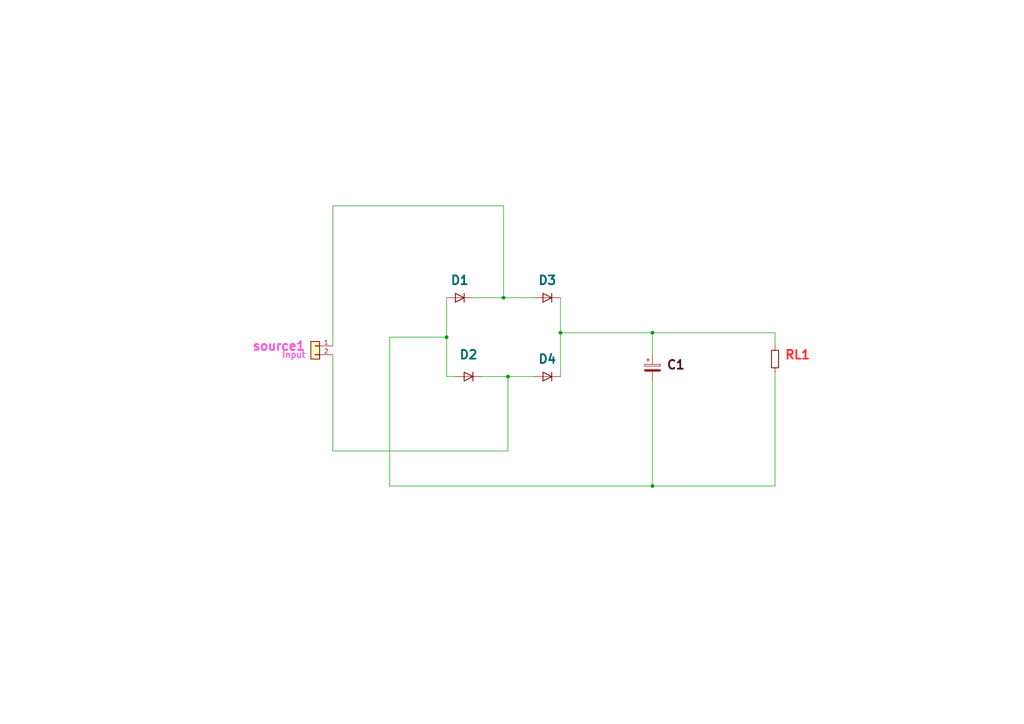
<source format=kicad_sch>
(kicad_sch
	(version 20231120)
	(generator "eeschema")
	(generator_version "8.0")
	(uuid "0e2de00f-1847-4033-a39f-d0b13ecccbc4")
	(paper "A4")
	(title_block
		(title "PCB WORKSHOP")
	)
	(lib_symbols
		(symbol "Connector_Generic:Conn_01x02"
			(pin_names
				(offset 1.016) hide)
			(exclude_from_sim no)
			(in_bom yes)
			(on_board yes)
			(property "Reference" "J"
				(at 0 2.54 0)
				(effects
					(font
						(size 1.27 1.27)
					)
				)
			)
			(property "Value" "Conn_01x02"
				(at 0 -5.08 0)
				(effects
					(font
						(size 1.27 1.27)
					)
				)
			)
			(property "Footprint" ""
				(at 0 0 0)
				(effects
					(font
						(size 1.27 1.27)
					)
					(hide yes)
				)
			)
			(property "Datasheet" "~"
				(at 0 0 0)
				(effects
					(font
						(size 1.27 1.27)
					)
					(hide yes)
				)
			)
			(property "Description" "Generic connector, single row, 01x02, script generated (kicad-library-utils/schlib/autogen/connector/)"
				(at 0 0 0)
				(effects
					(font
						(size 1.27 1.27)
					)
					(hide yes)
				)
			)
			(property "ki_keywords" "connector"
				(at 0 0 0)
				(effects
					(font
						(size 1.27 1.27)
					)
					(hide yes)
				)
			)
			(property "ki_fp_filters" "Connector*:*_1x??_*"
				(at 0 0 0)
				(effects
					(font
						(size 1.27 1.27)
					)
					(hide yes)
				)
			)
			(symbol "Conn_01x02_1_1"
				(rectangle
					(start -1.27 -2.413)
					(end 0 -2.667)
					(stroke
						(width 0.1524)
						(type default)
					)
					(fill
						(type none)
					)
				)
				(rectangle
					(start -1.27 0.127)
					(end 0 -0.127)
					(stroke
						(width 0.1524)
						(type default)
					)
					(fill
						(type none)
					)
				)
				(rectangle
					(start -1.27 1.27)
					(end 1.27 -3.81)
					(stroke
						(width 0.254)
						(type default)
					)
					(fill
						(type background)
					)
				)
				(pin passive line
					(at -5.08 0 0)
					(length 3.81)
					(name "Pin_1"
						(effects
							(font
								(size 1.27 1.27)
							)
						)
					)
					(number "1"
						(effects
							(font
								(size 1.27 1.27)
							)
						)
					)
				)
				(pin passive line
					(at -5.08 -2.54 0)
					(length 3.81)
					(name "Pin_2"
						(effects
							(font
								(size 1.27 1.27)
							)
						)
					)
					(number "2"
						(effects
							(font
								(size 1.27 1.27)
							)
						)
					)
				)
			)
		)
		(symbol "Device:C_Polarized"
			(pin_numbers hide)
			(pin_names
				(offset 0.254)
			)
			(exclude_from_sim no)
			(in_bom yes)
			(on_board yes)
			(property "Reference" "C"
				(at 0.635 2.54 0)
				(effects
					(font
						(size 1.27 1.27)
					)
					(justify left)
				)
			)
			(property "Value" "C_Polarized"
				(at 0.635 -2.54 0)
				(effects
					(font
						(size 1.27 1.27)
					)
					(justify left)
				)
			)
			(property "Footprint" ""
				(at 0.9652 -3.81 0)
				(effects
					(font
						(size 1.27 1.27)
					)
					(hide yes)
				)
			)
			(property "Datasheet" "~"
				(at 0 0 0)
				(effects
					(font
						(size 1.27 1.27)
					)
					(hide yes)
				)
			)
			(property "Description" "Polarized capacitor"
				(at 0 0 0)
				(effects
					(font
						(size 1.27 1.27)
					)
					(hide yes)
				)
			)
			(property "ki_keywords" "cap capacitor"
				(at 0 0 0)
				(effects
					(font
						(size 1.27 1.27)
					)
					(hide yes)
				)
			)
			(property "ki_fp_filters" "CP_*"
				(at 0 0 0)
				(effects
					(font
						(size 1.27 1.27)
					)
					(hide yes)
				)
			)
			(symbol "C_Polarized_0_1"
				(rectangle
					(start -2.286 0.508)
					(end 2.286 1.016)
					(stroke
						(width 0)
						(type default)
					)
					(fill
						(type none)
					)
				)
				(polyline
					(pts
						(xy -1.778 2.286) (xy -0.762 2.286)
					)
					(stroke
						(width 0)
						(type default)
					)
					(fill
						(type none)
					)
				)
				(polyline
					(pts
						(xy -1.27 2.794) (xy -1.27 1.778)
					)
					(stroke
						(width 0)
						(type default)
					)
					(fill
						(type none)
					)
				)
				(rectangle
					(start 2.286 -0.508)
					(end -2.286 -1.016)
					(stroke
						(width 0)
						(type default)
					)
					(fill
						(type outline)
					)
				)
			)
			(symbol "C_Polarized_1_1"
				(pin passive line
					(at 0 3.81 270)
					(length 2.794)
					(name "~"
						(effects
							(font
								(size 1.27 1.27)
							)
						)
					)
					(number "1"
						(effects
							(font
								(size 1.27 1.27)
							)
						)
					)
				)
				(pin passive line
					(at 0 -3.81 90)
					(length 2.794)
					(name "~"
						(effects
							(font
								(size 1.27 1.27)
							)
						)
					)
					(number "2"
						(effects
							(font
								(size 1.27 1.27)
							)
						)
					)
				)
			)
		)
		(symbol "Device:D"
			(pin_numbers hide)
			(pin_names
				(offset 1.016) hide)
			(exclude_from_sim no)
			(in_bom yes)
			(on_board yes)
			(property "Reference" "D"
				(at 0 2.54 0)
				(effects
					(font
						(size 1.27 1.27)
					)
				)
			)
			(property "Value" "D"
				(at 0 -2.54 0)
				(effects
					(font
						(size 1.27 1.27)
					)
				)
			)
			(property "Footprint" ""
				(at 0 0 0)
				(effects
					(font
						(size 1.27 1.27)
					)
					(hide yes)
				)
			)
			(property "Datasheet" "~"
				(at 0 0 0)
				(effects
					(font
						(size 1.27 1.27)
					)
					(hide yes)
				)
			)
			(property "Description" "Diode"
				(at 0 0 0)
				(effects
					(font
						(size 1.27 1.27)
					)
					(hide yes)
				)
			)
			(property "Sim.Device" "D"
				(at 0 0 0)
				(effects
					(font
						(size 1.27 1.27)
					)
					(hide yes)
				)
			)
			(property "Sim.Pins" "1=K 2=A"
				(at 0 0 0)
				(effects
					(font
						(size 1.27 1.27)
					)
					(hide yes)
				)
			)
			(property "ki_keywords" "diode"
				(at 0 0 0)
				(effects
					(font
						(size 1.27 1.27)
					)
					(hide yes)
				)
			)
			(property "ki_fp_filters" "TO-???* *_Diode_* *SingleDiode* D_*"
				(at 0 0 0)
				(effects
					(font
						(size 1.27 1.27)
					)
					(hide yes)
				)
			)
			(symbol "D_0_1"
				(polyline
					(pts
						(xy -1.27 1.27) (xy -1.27 -1.27)
					)
					(stroke
						(width 0.254)
						(type default)
					)
					(fill
						(type none)
					)
				)
				(polyline
					(pts
						(xy 1.27 0) (xy -1.27 0)
					)
					(stroke
						(width 0)
						(type default)
					)
					(fill
						(type none)
					)
				)
				(polyline
					(pts
						(xy 1.27 1.27) (xy 1.27 -1.27) (xy -1.27 0) (xy 1.27 1.27)
					)
					(stroke
						(width 0.254)
						(type default)
					)
					(fill
						(type none)
					)
				)
			)
			(symbol "D_1_1"
				(pin passive line
					(at -3.81 0 0)
					(length 2.54)
					(name "K"
						(effects
							(font
								(size 1.27 1.27)
							)
						)
					)
					(number "1"
						(effects
							(font
								(size 1.27 1.27)
							)
						)
					)
				)
				(pin passive line
					(at 3.81 0 180)
					(length 2.54)
					(name "A"
						(effects
							(font
								(size 1.27 1.27)
							)
						)
					)
					(number "2"
						(effects
							(font
								(size 1.27 1.27)
							)
						)
					)
				)
			)
		)
		(symbol "Device:R"
			(pin_numbers hide)
			(pin_names
				(offset 0)
			)
			(exclude_from_sim no)
			(in_bom yes)
			(on_board yes)
			(property "Reference" "R"
				(at 2.032 0 90)
				(effects
					(font
						(size 1.27 1.27)
					)
				)
			)
			(property "Value" "R"
				(at 0 0 90)
				(effects
					(font
						(size 1.27 1.27)
					)
				)
			)
			(property "Footprint" ""
				(at -1.778 0 90)
				(effects
					(font
						(size 1.27 1.27)
					)
					(hide yes)
				)
			)
			(property "Datasheet" "~"
				(at 0 0 0)
				(effects
					(font
						(size 1.27 1.27)
					)
					(hide yes)
				)
			)
			(property "Description" "Resistor"
				(at 0 0 0)
				(effects
					(font
						(size 1.27 1.27)
					)
					(hide yes)
				)
			)
			(property "ki_keywords" "R res resistor"
				(at 0 0 0)
				(effects
					(font
						(size 1.27 1.27)
					)
					(hide yes)
				)
			)
			(property "ki_fp_filters" "R_*"
				(at 0 0 0)
				(effects
					(font
						(size 1.27 1.27)
					)
					(hide yes)
				)
			)
			(symbol "R_0_1"
				(rectangle
					(start -1.016 -2.54)
					(end 1.016 2.54)
					(stroke
						(width 0.254)
						(type default)
					)
					(fill
						(type none)
					)
				)
			)
			(symbol "R_1_1"
				(pin passive line
					(at 0 3.81 270)
					(length 1.27)
					(name "~"
						(effects
							(font
								(size 1.27 1.27)
							)
						)
					)
					(number "1"
						(effects
							(font
								(size 1.27 1.27)
							)
						)
					)
				)
				(pin passive line
					(at 0 -3.81 90)
					(length 1.27)
					(name "~"
						(effects
							(font
								(size 1.27 1.27)
							)
						)
					)
					(number "2"
						(effects
							(font
								(size 1.27 1.27)
							)
						)
					)
				)
			)
		)
	)
	(junction
		(at 189.23 140.97)
		(diameter 0)
		(color 0 0 0 0)
		(uuid "465ca0d0-7841-4185-8b54-95abacb5935e")
	)
	(junction
		(at 147.32 109.22)
		(diameter 0)
		(color 0 0 0 0)
		(uuid "89b29569-3651-486e-ba5f-0f60eb242538")
	)
	(junction
		(at 129.54 97.79)
		(diameter 0)
		(color 0 0 0 0)
		(uuid "98214542-23f0-4a55-bb12-9a13c1f5d5c5")
	)
	(junction
		(at 146.05 86.36)
		(diameter 0)
		(color 0 0 0 0)
		(uuid "a337b7cf-e278-4547-8773-0c355b77a594")
	)
	(junction
		(at 162.56 96.52)
		(diameter 0)
		(color 0 0 0 0)
		(uuid "a5350bf8-1db1-4413-8159-1b8e036fcecf")
	)
	(junction
		(at 189.23 96.52)
		(diameter 0)
		(color 0 0 0 0)
		(uuid "d352d5f7-f20c-4e83-9fa6-f3a6897eacf7")
	)
	(wire
		(pts
			(xy 224.79 96.52) (xy 224.79 100.33)
		)
		(stroke
			(width 0)
			(type default)
		)
		(uuid "07360fbe-7898-454a-9d3e-87e4a45bb371")
	)
	(wire
		(pts
			(xy 146.05 86.36) (xy 154.94 86.36)
		)
		(stroke
			(width 0)
			(type default)
		)
		(uuid "0b045a87-546f-4590-bb3e-aa3c8fd9ef18")
	)
	(wire
		(pts
			(xy 189.23 96.52) (xy 189.23 102.87)
		)
		(stroke
			(width 0)
			(type default)
		)
		(uuid "0e2445bc-93f3-415f-b73f-235bd71047b6")
	)
	(wire
		(pts
			(xy 129.54 109.22) (xy 132.08 109.22)
		)
		(stroke
			(width 0)
			(type default)
		)
		(uuid "0f783f17-f7b3-4c48-9144-5cb6819803ee")
	)
	(wire
		(pts
			(xy 162.56 86.36) (xy 162.56 96.52)
		)
		(stroke
			(width 0)
			(type default)
		)
		(uuid "1cfb65b2-ba50-47ae-849f-4e87cd623a94")
	)
	(wire
		(pts
			(xy 146.05 59.69) (xy 146.05 86.36)
		)
		(stroke
			(width 0)
			(type default)
		)
		(uuid "209a644d-31e4-43ed-9b03-3495a8cc79df")
	)
	(wire
		(pts
			(xy 147.32 109.22) (xy 154.94 109.22)
		)
		(stroke
			(width 0)
			(type default)
		)
		(uuid "37700a8a-4687-4b26-bdc5-54b1a24413bf")
	)
	(wire
		(pts
			(xy 147.32 109.22) (xy 147.32 130.81)
		)
		(stroke
			(width 0)
			(type default)
		)
		(uuid "3ec20d92-1d3b-42fe-8a39-9ca37676f51d")
	)
	(wire
		(pts
			(xy 129.54 97.79) (xy 113.03 97.79)
		)
		(stroke
			(width 0)
			(type default)
		)
		(uuid "471a58c3-88cb-4db1-9c9e-177570f85747")
	)
	(wire
		(pts
			(xy 96.52 102.87) (xy 96.52 130.81)
		)
		(stroke
			(width 0)
			(type default)
		)
		(uuid "6ed2c65e-9ba1-4e38-a317-3249083935d0")
	)
	(wire
		(pts
			(xy 96.52 59.69) (xy 146.05 59.69)
		)
		(stroke
			(width 0)
			(type default)
		)
		(uuid "71c6b047-105e-46f0-908d-461d95b83de2")
	)
	(wire
		(pts
			(xy 129.54 86.36) (xy 129.54 97.79)
		)
		(stroke
			(width 0)
			(type default)
		)
		(uuid "7510c853-193a-4f6b-bb5e-880337aaff13")
	)
	(wire
		(pts
			(xy 113.03 140.97) (xy 189.23 140.97)
		)
		(stroke
			(width 0)
			(type default)
		)
		(uuid "76a3bb5e-1ffe-40d4-a04a-5dcce24f5221")
	)
	(wire
		(pts
			(xy 189.23 96.52) (xy 224.79 96.52)
		)
		(stroke
			(width 0)
			(type default)
		)
		(uuid "8c4f35a5-6817-4022-a9a4-a24d0ccf64b5")
	)
	(wire
		(pts
			(xy 96.52 100.33) (xy 96.52 59.69)
		)
		(stroke
			(width 0)
			(type default)
		)
		(uuid "9a168ce0-229f-40df-ab44-2df3f9dd05ad")
	)
	(wire
		(pts
			(xy 162.56 96.52) (xy 162.56 109.22)
		)
		(stroke
			(width 0)
			(type default)
		)
		(uuid "9ab4bbb7-dc9a-4959-916f-3e18d63c2cfd")
	)
	(wire
		(pts
			(xy 139.7 109.22) (xy 147.32 109.22)
		)
		(stroke
			(width 0)
			(type default)
		)
		(uuid "b6297c06-3ba0-43e7-bdcb-870f461edaca")
	)
	(wire
		(pts
			(xy 162.56 96.52) (xy 189.23 96.52)
		)
		(stroke
			(width 0)
			(type default)
		)
		(uuid "c40861a4-2e4d-4034-9ee2-d8b467b19d64")
	)
	(wire
		(pts
			(xy 96.52 130.81) (xy 147.32 130.81)
		)
		(stroke
			(width 0)
			(type default)
		)
		(uuid "cc248e31-6ba5-42ed-b3e8-ee033f0f1ea9")
	)
	(wire
		(pts
			(xy 129.54 97.79) (xy 129.54 109.22)
		)
		(stroke
			(width 0)
			(type default)
		)
		(uuid "cca9f77a-4ae2-42cd-b220-400f8e59e0ca")
	)
	(wire
		(pts
			(xy 224.79 140.97) (xy 224.79 107.95)
		)
		(stroke
			(width 0)
			(type default)
		)
		(uuid "d077aa82-2216-4c59-b127-1d9e898f3956")
	)
	(wire
		(pts
			(xy 113.03 97.79) (xy 113.03 140.97)
		)
		(stroke
			(width 0)
			(type default)
		)
		(uuid "dca4cb91-a910-4e98-af94-7fe2f2ba6672")
	)
	(wire
		(pts
			(xy 137.16 86.36) (xy 146.05 86.36)
		)
		(stroke
			(width 0)
			(type default)
		)
		(uuid "ddb180b1-10d9-466a-8bc6-4031688cac63")
	)
	(wire
		(pts
			(xy 189.23 110.49) (xy 189.23 140.97)
		)
		(stroke
			(width 0)
			(type default)
		)
		(uuid "de5bfecd-2072-42bb-bfc3-cfb4fb444ac2")
	)
	(wire
		(pts
			(xy 189.23 140.97) (xy 224.79 140.97)
		)
		(stroke
			(width 0)
			(type default)
		)
		(uuid "e4eaf8e0-8113-480b-a3f6-d95ce0e5299d")
	)
	(symbol
		(lib_id "Device:D")
		(at 133.35 86.36 180)
		(unit 1)
		(exclude_from_sim no)
		(in_bom yes)
		(on_board yes)
		(dnp no)
		(fields_autoplaced yes)
		(uuid "2db7eb34-12a6-47c3-8e53-f0bd4123ab19")
		(property "Reference" "D1"
			(at 133.35 81.28 0)
			(effects
				(font
					(size 2.54 2.54)
					(bold yes)
				)
			)
		)
		(property "Value" "D"
			(at 133.35 82.55 0)
			(effects
				(font
					(size 1.27 1.27)
				)
				(hide yes)
			)
		)
		(property "Footprint" "Diode_THT:D_A-405_P2.54mm_Vertical_AnodeUp"
			(at 133.35 86.36 0)
			(effects
				(font
					(size 1.27 1.27)
				)
				(hide yes)
			)
		)
		(property "Datasheet" "~"
			(at 133.35 86.36 0)
			(effects
				(font
					(size 1.27 1.27)
				)
				(hide yes)
			)
		)
		(property "Description" "Diode"
			(at 133.35 86.36 0)
			(effects
				(font
					(size 1.27 1.27)
				)
				(hide yes)
			)
		)
		(property "Sim.Device" "D"
			(at 133.35 86.36 0)
			(effects
				(font
					(size 1.27 1.27)
				)
				(hide yes)
			)
		)
		(property "Sim.Pins" "1=K 2=A"
			(at 133.35 86.36 0)
			(effects
				(font
					(size 1.27 1.27)
				)
				(hide yes)
			)
		)
		(pin "2"
			(uuid "81f803db-465c-4aad-94e6-f2c1f31f691c")
		)
		(pin "1"
			(uuid "6e54597d-c532-4eae-b6ea-3998a744637d")
		)
		(instances
			(project "pcb a sketch design"
				(path "/0e2de00f-1847-4033-a39f-d0b13ecccbc4"
					(reference "D1")
					(unit 1)
				)
			)
		)
	)
	(symbol
		(lib_id "Device:D")
		(at 158.75 86.36 180)
		(unit 1)
		(exclude_from_sim no)
		(in_bom yes)
		(on_board yes)
		(dnp no)
		(fields_autoplaced yes)
		(uuid "5154369f-2760-440e-bb95-9788f2b0373d")
		(property "Reference" "D3"
			(at 158.75 81.28 0)
			(effects
				(font
					(size 2.54 2.54)
					(bold yes)
				)
			)
		)
		(property "Value" "D"
			(at 158.75 82.55 0)
			(effects
				(font
					(size 1.27 1.27)
				)
				(hide yes)
			)
		)
		(property "Footprint" "Diode_THT:D_A-405_P2.54mm_Vertical_AnodeUp"
			(at 158.75 86.36 0)
			(effects
				(font
					(size 1.27 1.27)
				)
				(hide yes)
			)
		)
		(property "Datasheet" "~"
			(at 158.75 86.36 0)
			(effects
				(font
					(size 1.27 1.27)
				)
				(hide yes)
			)
		)
		(property "Description" "Diode"
			(at 158.75 86.36 0)
			(effects
				(font
					(size 1.27 1.27)
				)
				(hide yes)
			)
		)
		(property "Sim.Device" "D"
			(at 158.75 86.36 0)
			(effects
				(font
					(size 1.27 1.27)
				)
				(hide yes)
			)
		)
		(property "Sim.Pins" "1=K 2=A"
			(at 158.75 86.36 0)
			(effects
				(font
					(size 1.27 1.27)
				)
				(hide yes)
			)
		)
		(pin "2"
			(uuid "81f803db-465c-4aad-94e6-f2c1f31f691d")
		)
		(pin "1"
			(uuid "6e54597d-c532-4eae-b6ea-3998a744637e")
		)
		(instances
			(project "pcb a sketch design"
				(path "/0e2de00f-1847-4033-a39f-d0b13ecccbc4"
					(reference "D3")
					(unit 1)
				)
			)
		)
	)
	(symbol
		(lib_id "Device:R")
		(at 224.79 104.14 0)
		(unit 1)
		(exclude_from_sim no)
		(in_bom yes)
		(on_board yes)
		(dnp no)
		(fields_autoplaced yes)
		(uuid "7ee6a464-a23a-45c3-9e15-a3bdafec073f")
		(property "Reference" "RL1"
			(at 227.33 102.8699 0)
			(effects
				(font
					(size 2.54 2.54)
					(bold yes)
					(color 255 38 34 1)
				)
				(justify left)
			)
		)
		(property "Value" "R"
			(at 227.33 106.6799 0)
			(effects
				(font
					(size 1.27 1.27)
				)
				(justify left)
				(hide yes)
			)
		)
		(property "Footprint" "Resistor_THT:R_Axial_DIN0204_L3.6mm_D1.6mm_P5.08mm_Vertical"
			(at 223.012 104.14 90)
			(effects
				(font
					(size 1.27 1.27)
				)
				(hide yes)
			)
		)
		(property "Datasheet" "~"
			(at 224.79 104.14 0)
			(effects
				(font
					(size 1.27 1.27)
				)
				(hide yes)
			)
		)
		(property "Description" "Resistor"
			(at 224.79 104.14 0)
			(effects
				(font
					(size 1.27 1.27)
				)
				(hide yes)
			)
		)
		(pin "2"
			(uuid "af24ef20-5c2f-4300-9178-6fa063466a3c")
		)
		(pin "1"
			(uuid "6bb35a26-06c5-4f1f-acb0-09561da19189")
		)
		(instances
			(project "pcb a sketch design"
				(path "/0e2de00f-1847-4033-a39f-d0b13ecccbc4"
					(reference "RL1")
					(unit 1)
				)
			)
		)
	)
	(symbol
		(lib_id "Device:D")
		(at 158.75 109.22 180)
		(unit 1)
		(exclude_from_sim no)
		(in_bom yes)
		(on_board yes)
		(dnp no)
		(fields_autoplaced yes)
		(uuid "9799401d-3a03-4807-be08-90da507c5e93")
		(property "Reference" "D4"
			(at 158.75 104.14 0)
			(effects
				(font
					(size 2.54 2.54)
					(bold yes)
				)
			)
		)
		(property "Value" "D"
			(at 158.75 105.41 0)
			(effects
				(font
					(size 1.27 1.27)
				)
				(hide yes)
			)
		)
		(property "Footprint" "Diode_THT:D_A-405_P2.54mm_Vertical_AnodeUp"
			(at 158.75 109.22 0)
			(effects
				(font
					(size 1.27 1.27)
				)
				(hide yes)
			)
		)
		(property "Datasheet" "~"
			(at 158.75 109.22 0)
			(effects
				(font
					(size 1.27 1.27)
				)
				(hide yes)
			)
		)
		(property "Description" "Diode"
			(at 158.75 109.22 0)
			(effects
				(font
					(size 1.27 1.27)
				)
				(hide yes)
			)
		)
		(property "Sim.Device" "D"
			(at 158.75 109.22 0)
			(effects
				(font
					(size 1.27 1.27)
				)
				(hide yes)
			)
		)
		(property "Sim.Pins" "1=K 2=A"
			(at 158.75 109.22 0)
			(effects
				(font
					(size 1.27 1.27)
				)
				(hide yes)
			)
		)
		(pin "2"
			(uuid "81f803db-465c-4aad-94e6-f2c1f31f691e")
		)
		(pin "1"
			(uuid "6e54597d-c532-4eae-b6ea-3998a744637f")
		)
		(instances
			(project "pcb a sketch design"
				(path "/0e2de00f-1847-4033-a39f-d0b13ecccbc4"
					(reference "D4")
					(unit 1)
				)
			)
		)
	)
	(symbol
		(lib_id "Device:D")
		(at 135.89 109.22 180)
		(unit 1)
		(exclude_from_sim no)
		(in_bom yes)
		(on_board yes)
		(dnp no)
		(uuid "d33c9946-72f3-4d21-9f29-fe69c8308dad")
		(property "Reference" "D2"
			(at 135.89 102.87 0)
			(effects
				(font
					(size 2.54 2.54)
					(bold yes)
				)
			)
		)
		(property "Value" "D"
			(at 135.89 105.41 0)
			(effects
				(font
					(size 1.27 1.27)
				)
				(hide yes)
			)
		)
		(property "Footprint" "Diode_THT:D_A-405_P2.54mm_Vertical_AnodeUp"
			(at 135.89 109.22 0)
			(effects
				(font
					(size 1.27 1.27)
				)
				(hide yes)
			)
		)
		(property "Datasheet" "~"
			(at 135.89 109.22 0)
			(effects
				(font
					(size 1.27 1.27)
				)
				(hide yes)
			)
		)
		(property "Description" "Diode"
			(at 135.89 109.22 0)
			(effects
				(font
					(size 1.27 1.27)
				)
				(hide yes)
			)
		)
		(property "Sim.Device" "D"
			(at 135.89 109.22 0)
			(effects
				(font
					(size 1.27 1.27)
				)
				(hide yes)
			)
		)
		(property "Sim.Pins" "1=K 2=A"
			(at 135.89 109.22 0)
			(effects
				(font
					(size 1.27 1.27)
				)
				(hide yes)
			)
		)
		(pin "2"
			(uuid "81f803db-465c-4aad-94e6-f2c1f31f691f")
		)
		(pin "1"
			(uuid "6e54597d-c532-4eae-b6ea-3998a7446380")
		)
		(instances
			(project "pcb a sketch design"
				(path "/0e2de00f-1847-4033-a39f-d0b13ecccbc4"
					(reference "D2")
					(unit 1)
				)
			)
		)
	)
	(symbol
		(lib_id "Device:C_Polarized")
		(at 189.23 106.68 0)
		(unit 1)
		(exclude_from_sim no)
		(in_bom yes)
		(on_board yes)
		(dnp no)
		(fields_autoplaced yes)
		(uuid "e34bc732-7c1d-42aa-a184-84bee2a63656")
		(property "Reference" "C1"
			(at 193.04 105.7909 0)
			(effects
				(font
					(size 2.54 2.54)
					(bold yes)
					(color 70 13 34 0.45)
				)
				(justify left)
			)
		)
		(property "Value" "C_Polarized"
			(at 193.04 107.0609 0)
			(effects
				(font
					(size 1.27 1.27)
				)
				(justify left)
				(hide yes)
			)
		)
		(property "Footprint" "Capacitor_THT:CP_Radial_D4.0mm_P2.00mm"
			(at 190.1952 110.49 0)
			(effects
				(font
					(size 1.27 1.27)
				)
				(hide yes)
			)
		)
		(property "Datasheet" "~"
			(at 189.23 106.68 0)
			(effects
				(font
					(size 1.27 1.27)
				)
				(hide yes)
			)
		)
		(property "Description" "Polarized capacitor"
			(at 189.23 106.68 0)
			(effects
				(font
					(size 1.27 1.27)
				)
				(hide yes)
			)
		)
		(pin "1"
			(uuid "51940bce-f5d5-4d34-9278-6225dc81a763")
		)
		(pin "2"
			(uuid "df22f723-a1d9-48e6-b9ec-752661565c0b")
		)
		(instances
			(project "pcb a sketch design"
				(path "/0e2de00f-1847-4033-a39f-d0b13ecccbc4"
					(reference "C1")
					(unit 1)
				)
			)
		)
	)
	(symbol
		(lib_id "Connector_Generic:Conn_01x02")
		(at 91.44 100.33 0)
		(mirror y)
		(unit 1)
		(exclude_from_sim no)
		(in_bom yes)
		(on_board yes)
		(dnp no)
		(uuid "f2f35ad6-fc49-4b86-aa95-6b2a48181999")
		(property "Reference" "source1"
			(at 88.9 100.3299 0)
			(effects
				(font
					(size 2.54 2.54)
					(bold yes)
					(color 255 75 215 1)
				)
				(justify left)
			)
		)
		(property "Value" "Input"
			(at 88.9 102.8699 0)
			(effects
				(font
					(size 1.778 1.778)
					(bold yes)
					(color 255 90 235 1)
				)
				(justify left)
			)
		)
		(property "Footprint" "Connector_PinSocket_2.00mm:PinSocket_1x02_P2.00mm_Vertical"
			(at 91.44 100.33 0)
			(effects
				(font
					(size 1.27 1.27)
				)
				(hide yes)
			)
		)
		(property "Datasheet" "~"
			(at 91.44 100.33 0)
			(effects
				(font
					(size 1.27 1.27)
				)
				(hide yes)
			)
		)
		(property "Description" "Generic connector, single row, 01x02, script generated (kicad-library-utils/schlib/autogen/connector/)"
			(at 91.44 100.33 0)
			(effects
				(font
					(size 1.27 1.27)
				)
				(hide yes)
			)
		)
		(pin "2"
			(uuid "fda89653-013b-4f15-81e3-525b8b56dc1e")
		)
		(pin "1"
			(uuid "f1acb014-e2f1-454a-a790-d1713bdb9618")
		)
		(instances
			(project "pcb a sketch design"
				(path "/0e2de00f-1847-4033-a39f-d0b13ecccbc4"
					(reference "source1")
					(unit 1)
				)
			)
		)
	)
	(sheet_instances
		(path "/"
			(page "1")
		)
	)
)

</source>
